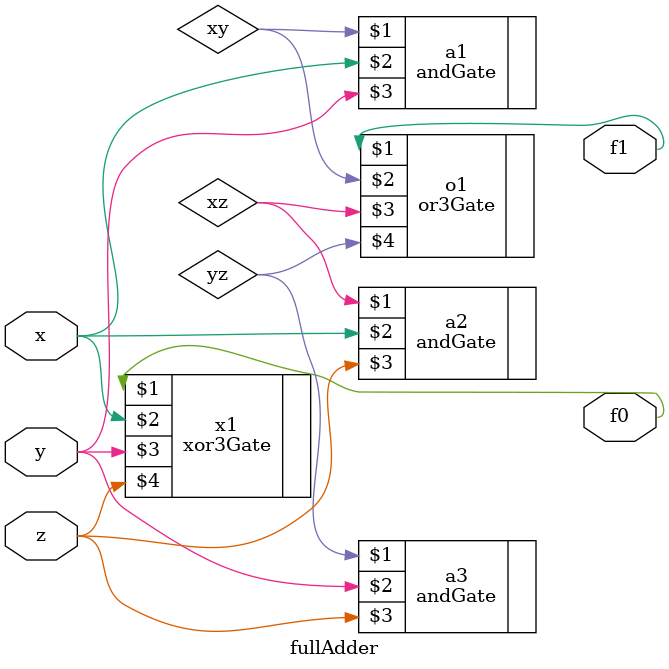
<source format=v>
`timescale 1ns/1ns

module fullAdder(
  output f1,
  output f0,
  input  x,
  input  y,
  input  z
);

  andGate a1(xy,x,y);
  andGate a2(xz,x,z);
  andGate a3(yz,y,z);
  or3Gate o1(f1,xy,xz,yz);
  xor3Gate x1(f0,x,y,z);
endmodule
</source>
